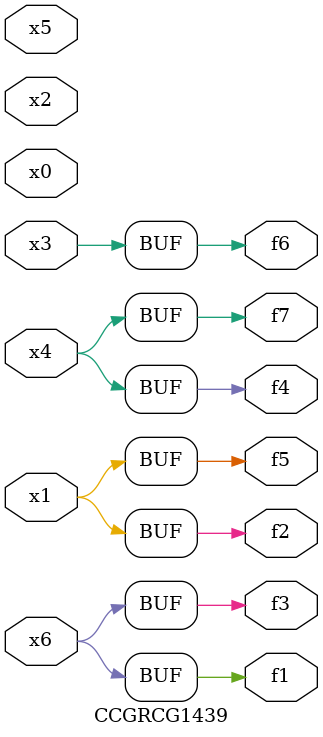
<source format=v>
module CCGRCG1439(
	input x0, x1, x2, x3, x4, x5, x6,
	output f1, f2, f3, f4, f5, f6, f7
);
	assign f1 = x6;
	assign f2 = x1;
	assign f3 = x6;
	assign f4 = x4;
	assign f5 = x1;
	assign f6 = x3;
	assign f7 = x4;
endmodule

</source>
